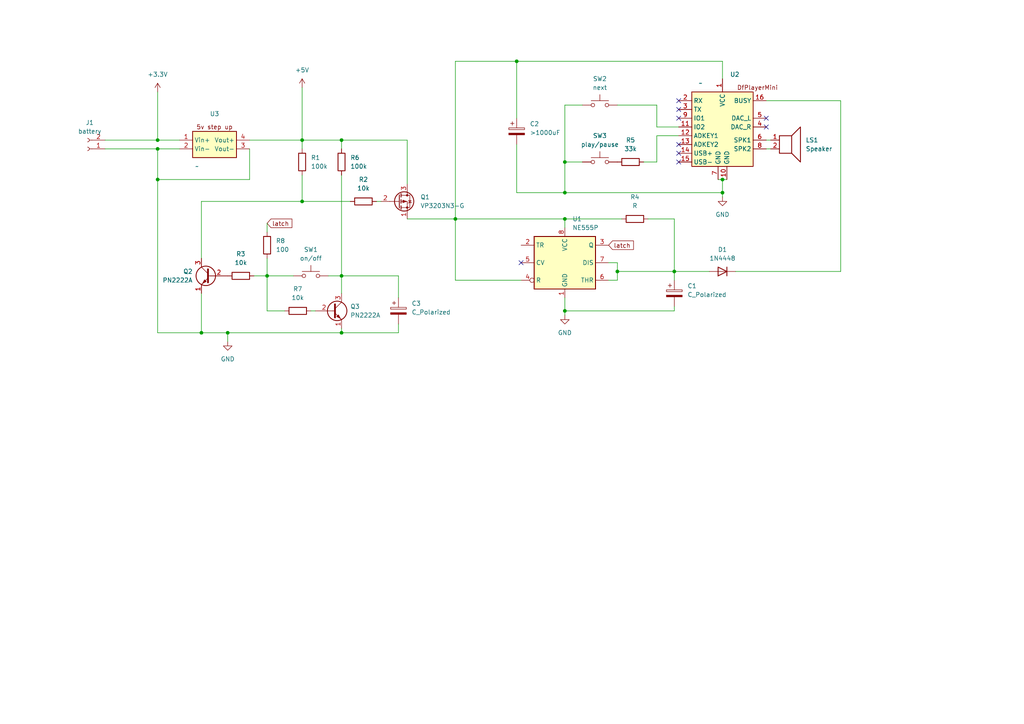
<source format=kicad_sch>
(kicad_sch (version 20230121) (generator eeschema)
  (paper "A4")
  (lib_symbols
    (symbol "Connector:Conn_01x02_Socket" (pin_names (offset 1.016) hide)
      (property "Reference" "J" (at 0 2.54 0))
      (property "Value" "Conn_01x02_Socket" (at 0 -5.08 0))
      (symbol "Conn_01x02_Socket_1_1"
        (arc (start 0 -2.032) (mid -0.5058 -2.54) (end 0 -3.048) (stroke (width 0.1524)))
        (polyline (pts (xy -1.27 -2.54) (xy -0.508 -2.54)) (stroke (width 0.1524)))
        (polyline (pts (xy -1.27 0) (xy -0.508 0)) (stroke (width 0.1524)))
        (arc (start 0 0.508) (mid -0.5058 0) (end 0 -0.508) (stroke (width 0.1524)))
        (pin passive line (at -5.08 0 0) (length 3.81) (name "Pin_1") (number "1"))
        (pin passive line (at -5.08 -2.54 0) (length 3.81) (name "Pin_2") (number "2"))
      )
    )
    (symbol "Device:C_Polarized" (pin_numbers hide) (pin_names (offset 0.254))
      (property "Reference" "C" (at 0.635 2.54 0))
      (property "Value" "C_Polarized" (at 0.635 -2.54 0))
      (symbol "C_Polarized_0_1"
        (rectangle (start -2.286 0.508) (end 2.286 1.016))
        (polyline (pts (xy -1.778 2.286) (xy -0.762 2.286)))
        (polyline (pts (xy -1.27 2.794) (xy -1.27 1.778)))
        (rectangle (start 2.286 -0.508) (end -2.286 -1.016) (fill (type outline)))
      )
      (symbol "C_Polarized_1_1"
        (pin passive line (at 0 3.81 270) (length 2.794) (name "~") (number "1"))
        (pin passive line (at 0 -3.81 90) (length 2.794) (name "~") (number "2"))
      )
    )
    (symbol "Device:R" (pin_numbers hide) (pin_names (offset 0))
      (property "Reference" "R" (at 2.032 0 90))
      (property "Value" "R" (at 0 0 90))
      (symbol "R_0_1"
        (rectangle (start -1.016 -2.54) (end 1.016 2.54) (stroke (width 0.254)))
      )
      (symbol "R_1_1"
        (pin passive line (at 0 3.81 270) (length 1.27) (name "~") (number "1"))
        (pin passive line (at 0 -3.81 90) (length 1.27) (name "~") (number "2"))
      )
    )
    (symbol "Device:Speaker" (pin_names (offset 0) hide)
      (property "Reference" "LS" (at 1.27 5.715 0))
      (property "Value" "Speaker" (at 1.27 3.81 0))
      (symbol "Speaker_0_0"
        (rectangle (start -2.54 1.27) (end 1.016 -3.81) (stroke (width 0.254)))
        (polyline (pts (xy 1.016 1.27) (xy 3.556 3.81) (xy 3.556 -6.35) (xy 1.016 -3.81)) (stroke (width 0.254)))
      )
      (symbol "Speaker_1_1"
        (pin input line (at -5.08 0 0) (length 2.54) (name "1") (number "1"))
        (pin input line (at -5.08 -2.54 0) (length 2.54) (name "2") (number "2"))
      )
    )
    (symbol "Diode:1N4448" (pin_numbers hide) (pin_names hide)
      (property "Reference" "D" (at 0 2.54 0))
      (property "Value" "1N4448" (at 0 -2.54 0))
      (symbol "1N4448_0_1"
        (polyline (pts (xy -1.27 1.27) (xy -1.27 -1.27)) (stroke (width 0.254)))
        (polyline (pts (xy 1.27 0) (xy -1.27 0)))
        (polyline (pts (xy 1.27 1.27) (xy 1.27 -1.27) (xy -1.27 0) (xy 1.27 1.27)) (stroke (width 0.254)))
      )
      (symbol "1N4448_1_1"
        (pin passive line (at -3.81 0 0) (length 2.54) (name "K") (number "1"))
        (pin passive line (at 3.81 0 180) (length 2.54) (name "A") (number "2"))
      )
    )
    (symbol "Switch:SW_Push" (pin_numbers hide) (pin_names (offset 1.016) hide)
      (property "Reference" "SW" (at 1.27 2.54 0))
      (property "Value" "SW_Push" (at 0 -1.524 0))
      (symbol "SW_Push_0_1"
        (circle (center -2.032 0) (radius 0.508))
        (polyline (pts (xy 0 1.27) (xy 0 3.048)))
        (polyline (pts (xy 2.54 1.27) (xy -2.54 1.27)))
        (circle (center 2.032 0) (radius 0.508))
        (pin passive line (at -5.08 0 0) (length 2.54) (name "1") (number "1"))
        (pin passive line (at 5.08 0 180) (length 2.54) (name "2") (number "2"))
      )
    )
    (symbol "Timer:NE555P"
      (property "Reference" "U" (at -10.16 8.89 0))
      (property "Value" "NE555P" (at 2.54 8.89 0))
      (symbol "NE555P_0_0"
        (pin power_in line (at 0 -10.16 90) (length 2.54) (name "GND") (number "1"))
        (pin power_in line (at 0 10.16 270) (length 2.54) (name "VCC") (number "8"))
      )
      (symbol "NE555P_0_1"
        (rectangle (start -8.89 -7.62) (end 8.89 7.62) (stroke (width 0.254)) (fill (type background)))
        (rectangle (start -8.89 -7.62) (end 8.89 7.62) (stroke (width 0.254)) (fill (type background)))
      )
      (symbol "NE555P_1_1"
        (pin input line (at -12.7 5.08 0) (length 3.81) (name "TR") (number "2"))
        (pin output line (at 12.7 5.08 180) (length 3.81) (name "Q") (number "3"))
        (pin input inverted (at -12.7 -5.08 0) (length 3.81) (name "R") (number "4"))
        (pin input line (at -12.7 0 0) (length 3.81) (name "CV") (number "5"))
        (pin input line (at 12.7 -5.08 180) (length 3.81) (name "THR") (number "6"))
        (pin input line (at 12.7 0 180) (length 3.81) (name "DIS") (number "7"))
      )
    )
    (symbol "Transistor_BJT:PN2222A" (pin_names (offset 0) hide)
      (property "Reference" "Q" (at 5.08 1.905 0))
      (property "Value" "PN2222A" (at 5.08 0 0))
      (symbol "PN2222A_0_1"
        (polyline (pts (xy 0 0) (xy 0.635 0)))
        (polyline (pts (xy 2.54 -2.54) (xy 0.635 -0.635)))
        (polyline (pts (xy 2.54 2.54) (xy 0.635 0.635)))
        (polyline (pts (xy 0.635 1.905) (xy 0.635 -1.905) (xy 0.635 -1.905)) (stroke (width 0.508)))
        (polyline (pts (xy 2.413 -2.413) (xy 1.905 -1.905) (xy 1.905 -1.905)))
        (polyline (pts (xy 1.143 -1.651) (xy 1.651 -1.143) (xy 2.159 -2.159) (xy 1.143 -1.651) (xy 1.143 -1.651)) (fill (type outline)))
        (circle (center 1.27 0) (radius 2.8194) (stroke (width 0.254)))
      )
      (symbol "PN2222A_1_1"
        (pin passive line (at 2.54 -5.08 90) (length 2.54) (name "E") (number "1"))
        (pin input line (at -5.08 0 0) (length 5.08) (name "B") (number "2"))
        (pin passive line (at 2.54 5.08 270) (length 2.54) (name "C") (number "3"))
      )
    )
    (symbol "Transistor_FET:TP0610L" (pin_names hide)
      (property "Reference" "Q" (at 5.08 1.905 0))
      (property "Value" "TP0610L" (at 5.08 0 0))
      (symbol "TP0610L_0_1"
        (polyline (pts (xy 0.254 0) (xy -2.54 0)))
        (polyline (pts (xy 0.254 1.905) (xy 0.254 -1.905)) (stroke (width 0.254)))
        (polyline (pts (xy 0.762 -1.27) (xy 0.762 -2.286)) (stroke (width 0.254)))
        (polyline (pts (xy 0.762 0.508) (xy 0.762 -0.508)) (stroke (width 0.254)))
        (polyline (pts (xy 0.762 2.286) (xy 0.762 1.27)) (stroke (width 0.254)))
        (polyline (pts (xy 2.54 2.54) (xy 2.54 1.778)))
        (polyline (pts (xy 2.54 -2.54) (xy 2.54 0) (xy 0.762 0)))
        (polyline (pts (xy 0.762 1.778) (xy 3.302 1.778) (xy 3.302 -1.778) (xy 0.762 -1.778)))
        (polyline (pts (xy 2.286 0) (xy 1.27 0.381) (xy 1.27 -0.381) (xy 2.286 0)) (fill (type outline)))
        (polyline (pts (xy 2.794 -0.508) (xy 2.921 -0.381) (xy 3.683 -0.381) (xy 3.81 -0.254)))
        (polyline (pts (xy 3.302 -0.381) (xy 2.921 0.254) (xy 3.683 0.254) (xy 3.302 -0.381)))
        (circle (center 1.651 0) (radius 2.794) (stroke (width 0.254)))
        (circle (center 2.54 -1.778) (radius 0.254) (fill (type outline)))
        (circle (center 2.54 1.778) (radius 0.254) (fill (type outline)))
      )
      (symbol "TP0610L_1_1"
        (pin passive line (at 2.54 -5.08 90) (length 2.54) (name "S") (number "1"))
        (pin input line (at -5.08 0 0) (length 2.54) (name "G") (number "2"))
        (pin passive line (at 2.54 5.08 270) (length 2.54) (name "D") (number "3"))
      )
    )
    (symbol "bam:5v-step-up"
      (property "Reference" "U" (at 5.08 13.97 0))
      (symbol "5v-step-up_1_1"
        (rectangle (start -1.27 10.16) (end 11.43 2.54) (stroke (width 0.254)) (fill (type background)))
        (text "5v step up\n" (at 5.08 11.43 0) (effects (font (size 1.27 1.27))))
        (pin input line (at -5.08 7.62 0) (length 3.81) (name "Vin+") (number "1"))
        (pin input line (at -5.08 5.08 0) (length 3.81) (name "Vin-") (number "2"))
        (pin output line (at 15.24 5.08 180) (length 3.81) (name "Vout-") (number "3"))
        (pin output line (at 15.24 7.62 180) (length 3.81) (name "Vout+") (number "4"))
      )
    )
    (symbol "bam:dfPlayerMini"
      (property "Reference" "U" (at 2.54 12.7 0))
      (symbol "dfPlayerMini_1_1"
        (rectangle (start -8.89 10.16) (end 8.89 -11.43) (stroke (width 0.254)) (fill (type background)))
        (text "DfPlayerMini\n" (at 10.16 11.43 0) (effects (font (size 1.27 1.27))))
        (pin input line (at 0 13.97 270) (length 3.81) (name "VCC") (number "1"))
        (pin passive line (at 1.27 -15.24 90) (length 3.81) (name "GND") (number "10"))
        (pin input line (at -12.7 0 0) (length 3.81) (name "IO2") (number "11"))
        (pin input line (at -12.7 -2.54 0) (length 3.81) (name "ADKEY1") (number "12"))
        (pin input line (at -12.7 -5.08 0) (length 3.81) (name "ADKEY2") (number "13"))
        (pin input line (at -12.7 -7.62 0) (length 3.81) (name "USB+") (number "14"))
        (pin input line (at -12.7 -10.16 0) (length 3.81) (name "USB-") (number "15"))
        (pin output line (at 12.7 7.62 180) (length 3.81) (name "BUSY") (number "16"))
        (pin input line (at -12.7 7.62 0) (length 3.81) (name "RX") (number "2"))
        (pin input line (at -12.7 5.08 0) (length 3.81) (name "TX") (number "3"))
        (pin output line (at 12.7 0 180) (length 3.81) (name "DAC_R") (number "4"))
        (pin output line (at 12.7 2.54 180) (length 3.81) (name "DAC_L") (number "5"))
        (pin output line (at 12.7 -3.81 180) (length 3.81) (name "SPK1") (number "6"))
        (pin passive line (at -1.27 -15.24 90) (length 3.81) (name "GND") (number "7"))
        (pin output line (at 12.7 -6.35 180) (length 3.81) (name "SPK2") (number "8"))
        (pin input line (at -12.7 2.54 0) (length 3.81) (name "IO1") (number "9"))
      )
    )
    (symbol "power:+3.3V" (power) (pin_names (offset 0))
      (property "Value" "+3.3V" (at 0 3.556 0))
      (symbol "+3.3V_0_1"
        (polyline (pts (xy -0.762 1.27) (xy 0 2.54)))
        (polyline (pts (xy 0 0) (xy 0 2.54)))
        (polyline (pts (xy 0 2.54) (xy 0.762 1.27)))
      )
      (symbol "+3.3V_1_1"
        (pin power_in line (at 0 0 90) (length 0) hide (name "+3.3V") (number "1"))
      )
    )
    (symbol "power:+5V" (power) (pin_names (offset 0))
      (property "Value" "+5V" (at 0 3.556 0))
      (symbol "+5V_0_1"
        (polyline (pts (xy -0.762 1.27) (xy 0 2.54)))
        (polyline (pts (xy 0 0) (xy 0 2.54)))
        (polyline (pts (xy 0 2.54) (xy 0.762 1.27)))
      )
      (symbol "+5V_1_1"
        (pin power_in line (at 0 0 90) (length 0) hide (name "+5V") (number "1"))
      )
    )
    (symbol "power:GND" (power) (pin_names (offset 0))
      (property "Value" "GND" (at 0 -3.81 0))
      (symbol "GND_0_1"
        (polyline (pts (xy 0 0) (xy 0 -1.27) (xy 1.27 -1.27) (xy 0 -2.54) (xy -1.27 -1.27) (xy 0 -1.27)))
      )
      (symbol "GND_1_1"
        (pin power_in line (at 0 0 270) (length 0) hide (name "GND") (number "1"))
      )
    )
  )
  (junction (at 99.06 96.52))
  (junction (at 209.55 55.88))
  (junction (at 163.83 63.5))
  (junction (at 99.06 80.01))
  (junction (at 163.83 90.17))
  (junction (at 58.42 96.52))
  (junction (at 87.63 58.42))
  (junction (at 163.83 46.99))
  (junction (at 99.06 40.64))
  (junction (at 87.63 40.64))
  (junction (at 45.72 43.18))
  (junction (at 66.04 96.52))
  (junction (at 45.72 52.07))
  (junction (at 45.72 40.64))
  (junction (at 209.55 52.07))
  (junction (at 77.47 80.01))
  (junction (at 149.86 17.78))
  (junction (at 163.83 55.88))
  (junction (at 132.08 63.5))
  (junction (at 179.07 78.74))
  (junction (at 195.58 78.74))
  (no_connect (at 196.85 34.29))
  (no_connect (at 196.85 46.99))
  (no_connect (at 151.13 76.2))
  (no_connect (at 196.85 41.91))
  (no_connect (at 222.25 34.29))
  (no_connect (at 196.85 44.45))
  (no_connect (at 196.85 31.75))
  (no_connect (at 196.85 29.21))
  (no_connect (at 222.25 36.83))
  (wire (pts (xy 58.42 96.52) (xy 66.04 96.52)))
  (wire (pts (xy 222.25 29.21) (xy 243.84 29.21)))
  (wire (pts (xy 209.55 52.07) (xy 209.55 55.88)))
  (wire (pts (xy 163.83 30.48) (xy 168.91 30.48)))
  (wire (pts (xy 180.34 63.5) (xy 163.83 63.5)))
  (wire (pts (xy 176.53 81.28) (xy 179.07 81.28)))
  (wire (pts (xy 30.48 43.18) (xy 45.72 43.18)))
  (wire (pts (xy 209.55 55.88) (xy 209.55 57.15)))
  (wire (pts (xy 45.72 43.18) (xy 45.72 52.07)))
  (wire (pts (xy 87.63 40.64) (xy 87.63 43.18)))
  (wire (pts (xy 30.48 40.64) (xy 45.72 40.64)))
  (wire (pts (xy 87.63 40.64) (xy 87.63 25.4)))
  (wire (pts (xy 163.83 90.17) (xy 163.83 91.44)))
  (wire (pts (xy 213.36 78.74) (xy 243.84 78.74)))
  (wire (pts (xy 195.58 63.5) (xy 195.58 78.74)))
  (wire (pts (xy 91.44 90.17) (xy 90.17 90.17)))
  (wire (pts (xy 99.06 80.01) (xy 115.57 80.01)))
  (wire (pts (xy 66.04 96.52) (xy 99.06 96.52)))
  (wire (pts (xy 118.11 40.64) (xy 99.06 40.64)))
  (wire (pts (xy 149.86 34.29) (xy 149.86 17.78)))
  (wire (pts (xy 149.86 55.88) (xy 163.83 55.88)))
  (wire (pts (xy 208.28 52.07) (xy 209.55 52.07)))
  (wire (pts (xy 163.83 46.99) (xy 163.83 55.88)))
  (wire (pts (xy 45.72 40.64) (xy 52.07 40.64)))
  (wire (pts (xy 99.06 40.64) (xy 99.06 43.18)))
  (wire (pts (xy 195.58 78.74) (xy 205.74 78.74)))
  (wire (pts (xy 163.83 46.99) (xy 168.91 46.99)))
  (wire (pts (xy 222.25 40.64) (xy 223.52 40.64)))
  (wire (pts (xy 163.83 55.88) (xy 209.55 55.88)))
  (wire (pts (xy 132.08 81.28) (xy 132.08 63.5)))
  (wire (pts (xy 87.63 50.8) (xy 87.63 58.42)))
  (wire (pts (xy 132.08 63.5) (xy 163.83 63.5)))
  (wire (pts (xy 187.96 63.5) (xy 195.58 63.5)))
  (wire (pts (xy 209.55 22.86) (xy 209.55 17.78)))
  (wire (pts (xy 58.42 96.52) (xy 45.72 96.52)))
  (wire (pts (xy 190.5 30.48) (xy 190.5 36.83)))
  (wire (pts (xy 99.06 96.52) (xy 115.57 96.52)))
  (wire (pts (xy 99.06 50.8) (xy 99.06 80.01)))
  (wire (pts (xy 99.06 80.01) (xy 99.06 85.09)))
  (wire (pts (xy 45.72 40.64) (xy 45.72 26.67)))
  (wire (pts (xy 190.5 36.83) (xy 196.85 36.83)))
  (wire (pts (xy 58.42 85.09) (xy 58.42 96.52)))
  (wire (pts (xy 195.58 88.9) (xy 195.58 90.17)))
  (wire (pts (xy 45.72 43.18) (xy 52.07 43.18)))
  (wire (pts (xy 115.57 93.98) (xy 115.57 96.52)))
  (wire (pts (xy 149.86 41.91) (xy 149.86 55.88)))
  (wire (pts (xy 77.47 74.93) (xy 77.47 80.01)))
  (wire (pts (xy 58.42 58.42) (xy 87.63 58.42)))
  (wire (pts (xy 115.57 86.36) (xy 115.57 80.01)))
  (wire (pts (xy 222.25 43.18) (xy 223.52 43.18)))
  (wire (pts (xy 110.49 58.42) (xy 109.22 58.42)))
  (wire (pts (xy 195.58 78.74) (xy 195.58 81.28)))
  (wire (pts (xy 66.04 96.52) (xy 66.04 99.06)))
  (wire (pts (xy 209.55 17.78) (xy 149.86 17.78)))
  (wire (pts (xy 190.5 39.37) (xy 196.85 39.37)))
  (wire (pts (xy 77.47 80.01) (xy 85.09 80.01)))
  (wire (pts (xy 243.84 29.21) (xy 243.84 78.74)))
  (wire (pts (xy 176.53 76.2) (xy 179.07 76.2)))
  (wire (pts (xy 99.06 40.64) (xy 87.63 40.64)))
  (wire (pts (xy 179.07 78.74) (xy 195.58 78.74)))
  (wire (pts (xy 195.58 90.17) (xy 163.83 90.17)))
  (wire (pts (xy 186.69 46.99) (xy 190.5 46.99)))
  (wire (pts (xy 163.83 63.5) (xy 163.83 66.04)))
  (wire (pts (xy 163.83 86.36) (xy 163.83 90.17)))
  (wire (pts (xy 101.6 58.42) (xy 87.63 58.42)))
  (wire (pts (xy 72.39 40.64) (xy 87.63 40.64)))
  (wire (pts (xy 82.55 90.17) (xy 77.47 90.17)))
  (wire (pts (xy 132.08 17.78) (xy 149.86 17.78)))
  (wire (pts (xy 151.13 81.28) (xy 132.08 81.28)))
  (wire (pts (xy 190.5 46.99) (xy 190.5 39.37)))
  (wire (pts (xy 179.07 30.48) (xy 190.5 30.48)))
  (wire (pts (xy 163.83 30.48) (xy 163.83 46.99)))
  (wire (pts (xy 72.39 52.07) (xy 45.72 52.07)))
  (wire (pts (xy 77.47 64.77) (xy 77.47 67.31)))
  (wire (pts (xy 179.07 78.74) (xy 179.07 81.28)))
  (wire (pts (xy 99.06 96.52) (xy 99.06 95.25)))
  (wire (pts (xy 132.08 17.78) (xy 132.08 63.5)))
  (wire (pts (xy 45.72 52.07) (xy 45.72 96.52)))
  (wire (pts (xy 58.42 58.42) (xy 58.42 74.93)))
  (wire (pts (xy 118.11 53.34) (xy 118.11 40.64)))
  (wire (pts (xy 73.66 80.01) (xy 77.47 80.01)))
  (wire (pts (xy 72.39 43.18) (xy 72.39 52.07)))
  (wire (pts (xy 209.55 52.07) (xy 210.82 52.07)))
  (wire (pts (xy 179.07 76.2) (xy 179.07 78.74)))
  (wire (pts (xy 99.06 80.01) (xy 95.25 80.01)))
  (wire (pts (xy 118.11 63.5) (xy 132.08 63.5)))
  (wire (pts (xy 77.47 90.17) (xy 77.47 80.01)))
  (global_label "latch" (shape input) (at 77.47 64.77 0) (property "Intersheetrefs" "${INTERSHEET_REFS}" (effects hide)))
  (global_label "latch" (shape input) (at 176.53 71.12 0) (property "Intersheetrefs" "${INTERSHEET_REFS}" (effects hide)))
  (symbol (lib_id "power:+3.3V") (at 45.72 26.67 0) (unit 1)
    (property "Reference" "#PWR01" (effects hide))
    (property "Value" "+3.3V" (at 45.72 21.59 0))
  )
  (symbol (lib_id "power:GND") (at 209.55 57.15 0) (unit 1)
    (property "Reference" "#PWR05" (effects hide))
    (property "Value" "GND" (at 209.55 62.23 0))
  )
  (symbol (lib_id "Device:Speaker") (at 228.6 40.64 0) (unit 1)
    (property "Reference" "LS1" (at 233.68 40.64 0) (effects (justify left)))
    (property "Value" "Speaker" (at 233.68 43.18 0) (effects (justify left)))
  )
  (symbol (lib_id "Connector:Conn_01x02_Socket") (at 25.4 43.18 180) (unit 1)
    (property "Reference" "J1" (at 26.035 35.56 0))
    (property "Value" "battery" (at 26.035 38.1 0))
    (property "Footprint" "Connector_PinHeader_2.54mm:PinHeader_1x02_P2.54mm_Vertical" (effects hide))
  )
  (symbol (lib_id "power:+5V") (at 87.63 25.4 0) (unit 1)
    (property "Reference" "#PWR03" (effects hide))
    (property "Value" "+5V" (at 87.63 20.32 0))
  )
  (symbol (lib_id "Transistor_BJT:PN2222A") (at 96.52 90.17 0) (unit 1)
    (property "Reference" "Q3" (at 101.6 88.9 0) (effects (justify left)))
    (property "Value" "PN2222A" (at 101.6 91.44 0) (effects (justify left)))
    (property "Footprint" "Package_TO_SOT_THT:TO-92_Inline" (effects hide))
    (property "Datasheet" "https://www.onsemi.com/pub/Collateral/PN2222-D.PDF" (effects hide))
  )
  (symbol (lib_id "Switch:SW_Push") (at 173.99 30.48 0) (unit 1)
    (property "Reference" "SW2" (at 173.99 22.86 0))
    (property "Value" "next" (at 173.99 25.4 0))
  )
  (symbol (lib_id "Device:R") (at 99.06 46.99 0) (unit 1)
    (property "Reference" "R6" (at 101.6 45.72 0) (effects (justify left)))
    (property "Value" "100k" (at 101.6 48.26 0) (effects (justify left)))
  )
  (symbol (lib_id "Transistor_FET:TP0610L") (at 115.57 58.42 0) (unit 1)
    (property "Reference" "Q1" (at 121.92 57.15 0) (effects (justify left)))
    (property "Value" "VP3203N3-G" (at 121.92 59.69 0) (effects (justify left)))
    (property "Footprint" "Package_TO_SOT_THT:TO-92L_Inline" (effects hide))
    (property "Datasheet" "http://www.vishay.com/docs/70209/70209.pdf" (effects hide))
  )
  (symbol (lib_id "power:GND") (at 66.04 99.06 0) (unit 1)
    (property "Reference" "#PWR02" (effects hide))
    (property "Value" "GND" (at 66.04 104.14 0))
  )
  (symbol (lib_id "Device:C_Polarized") (at 195.58 85.09 0) (unit 1)
    (property "Reference" "C1" (at 199.39 82.931 0) (effects (justify left)))
    (property "Value" "C_Polarized" (at 199.39 85.471 0) (effects (justify left)))
  )
  (symbol (lib_id "Device:R") (at 86.36 90.17 90) (unit 1)
    (property "Reference" "R7" (at 86.36 83.82 90))
    (property "Value" "10k" (at 86.36 86.36 90))
  )
  (symbol (lib_id "Diode:1N4448") (at 209.55 78.74 180) (unit 1)
    (property "Reference" "D1" (at 209.55 72.39 0))
    (property "Value" "1N4448" (at 209.55 74.93 0))
    (property "Footprint" "Diode_THT:D_DO-35_SOD27_P7.62mm_Horizontal" (effects hide))
    (property "Datasheet" "https://assets.nexperia.com/documents/data-sheet/1N4148_1N4448.pdf" (effects hide))
    (property "Sim.Device" "D" (effects hide))
    (property "Sim.Pins" "1=K 2=A" (effects hide))
  )
  (symbol (lib_id "bam:dfPlayerMini") (at 209.55 36.83 0) (unit 1)
    (property "Reference" "U2" (at 211.7441 21.59 0) (effects (justify left)))
    (property "Value" "~" (at 203.2 24.13 0))
  )
  (symbol (lib_id "bam:5v-step-up") (at 57.15 48.26 0) (unit 1)
    (property "Reference" "U3" (at 62.23 33.02 0))
    (property "Value" "~" (at 57.15 48.26 0))
  )
  (symbol (lib_id "Device:R") (at 105.41 58.42 90) (unit 1)
    (property "Reference" "R2" (at 105.41 52.07 90))
    (property "Value" "10k" (at 105.41 54.61 90))
  )
  (symbol (lib_id "Device:R") (at 182.88 46.99 90) (unit 1)
    (property "Reference" "R5" (at 182.88 40.64 90))
    (property "Value" "33k" (at 182.88 43.18 90))
  )
  (symbol (lib_id "Device:R") (at 87.63 46.99 0) (unit 1)
    (property "Reference" "R1" (at 90.17 45.72 0) (effects (justify left)))
    (property "Value" "100k" (at 90.17 48.26 0) (effects (justify left)))
  )
  (symbol (lib_id "Switch:SW_Push") (at 90.17 80.01 0) (unit 1)
    (property "Reference" "SW1" (at 90.17 72.39 0))
    (property "Value" "on/off" (at 90.17 74.93 0))
  )
  (symbol (lib_id "Device:R") (at 77.47 71.12 180) (unit 1)
    (property "Reference" "R8" (at 80.01 69.85 0) (effects (justify right)))
    (property "Value" "100" (at 80.01 72.39 0) (effects (justify right)))
  )
  (symbol (lib_id "Device:R") (at 69.85 80.01 270) (unit 1)
    (property "Reference" "R3" (at 69.85 73.66 90))
    (property "Value" "10k" (at 69.85 76.2 90))
  )
  (symbol (lib_id "power:GND") (at 163.83 91.44 0) (unit 1)
    (property "Reference" "#PWR04" (effects hide))
    (property "Value" "GND" (at 163.83 96.52 0))
  )
  (symbol (lib_id "Device:R") (at 184.15 63.5 90) (unit 1)
    (property "Reference" "R4" (at 184.15 57.15 90))
    (property "Value" "R" (at 184.15 59.69 90))
  )
  (symbol (lib_id "Transistor_BJT:PN2222A") (at 60.96 80.01 0) (mirror y) (unit 1)
    (property "Reference" "Q2" (at 55.88 78.74 0) (effects (justify left)))
    (property "Value" "PN2222A" (at 55.88 81.28 0) (effects (justify left)))
    (property "Footprint" "Package_TO_SOT_THT:TO-92_Inline" (effects hide))
    (property "Datasheet" "https://www.onsemi.com/pub/Collateral/PN2222-D.PDF" (effects hide))
  )
  (symbol (lib_id "Timer:NE555P") (at 163.83 76.2 0) (unit 1)
    (property "Reference" "U1" (at 166.0241 63.5 0) (effects (justify left)))
    (property "Value" "NE555P" (at 166.0241 66.04 0) (effects (justify left)))
    (property "Footprint" "Package_DIP:DIP-8_W7.62mm_Socket" (effects hide))
    (property "Datasheet" "http://www.ti.com/lit/ds/symlink/ne555.pdf" (effects hide))
  )
  (symbol (lib_id "Switch:SW_Push") (at 173.99 46.99 0) (unit 1)
    (property "Reference" "SW3" (at 173.99 39.37 0))
    (property "Value" "play/pause" (at 173.99 41.91 0))
  )
  (symbol (lib_id "Device:C_Polarized") (at 149.86 38.1 0) (unit 1)
    (property "Reference" "C2" (at 153.67 35.941 0) (effects (justify left)))
    (property "Value" ">1000uF" (at 153.67 38.481 0) (effects (justify left)))
  )
  (symbol (lib_id "Device:C_Polarized") (at 115.57 90.17 0) (unit 1)
    (property "Reference" "C3" (at 119.38 88.011 0) (effects (justify left)))
    (property "Value" "C_Polarized" (at 119.38 90.551 0) (effects (justify left)))
  )
)
</source>
